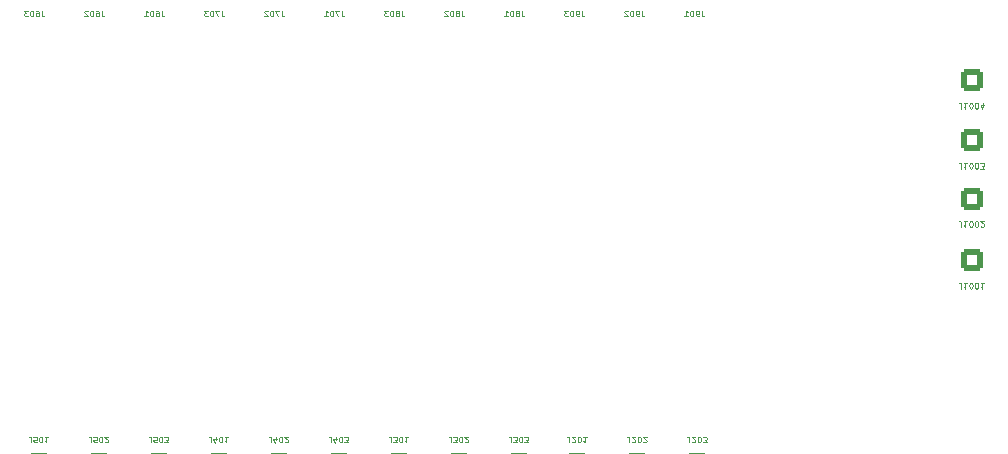
<source format=gbr>
%TF.GenerationSoftware,KiCad,Pcbnew,8.0.2*%
%TF.CreationDate,2024-07-03T12:32:50+02:00*%
%TF.ProjectId,OSSD_TEST_PCB,4f535344-5f54-4455-9354-5f5043422e6b,rev?*%
%TF.SameCoordinates,Original*%
%TF.FileFunction,Legend,Bot*%
%TF.FilePolarity,Positive*%
%FSLAX46Y46*%
G04 Gerber Fmt 4.6, Leading zero omitted, Abs format (unit mm)*
G04 Created by KiCad (PCBNEW 8.0.2) date 2024-07-03 12:32:50*
%MOMM*%
%LPD*%
G01*
G04 APERTURE LIST*
G04 Aperture macros list*
%AMRoundRect*
0 Rectangle with rounded corners*
0 $1 Rounding radius*
0 $2 $3 $4 $5 $6 $7 $8 $9 X,Y pos of 4 corners*
0 Add a 4 corners polygon primitive as box body*
4,1,4,$2,$3,$4,$5,$6,$7,$8,$9,$2,$3,0*
0 Add four circle primitives for the rounded corners*
1,1,$1+$1,$2,$3*
1,1,$1+$1,$4,$5*
1,1,$1+$1,$6,$7*
1,1,$1+$1,$8,$9*
0 Add four rect primitives between the rounded corners*
20,1,$1+$1,$2,$3,$4,$5,0*
20,1,$1+$1,$4,$5,$6,$7,0*
20,1,$1+$1,$6,$7,$8,$9,0*
20,1,$1+$1,$8,$9,$2,$3,0*%
G04 Aperture macros list end*
%ADD10C,0.075000*%
%ADD11R,2.600000X2.600000*%
%ADD12C,2.600000*%
%ADD13RoundRect,0.250000X-0.675000X-0.675000X0.675000X-0.675000X0.675000X0.675000X-0.675000X0.675000X0*%
%ADD14RoundRect,0.250000X0.675000X0.675000X-0.675000X0.675000X-0.675000X-0.675000X0.675000X-0.675000X0*%
G04 APERTURE END LIST*
D10*
X192540048Y-102214590D02*
X192540048Y-101857447D01*
X192540048Y-101857447D02*
X192516239Y-101786019D01*
X192516239Y-101786019D02*
X192468620Y-101738400D01*
X192468620Y-101738400D02*
X192397191Y-101714590D01*
X192397191Y-101714590D02*
X192349572Y-101714590D01*
X193040048Y-101714590D02*
X192754334Y-101714590D01*
X192897191Y-101714590D02*
X192897191Y-102214590D01*
X192897191Y-102214590D02*
X192849572Y-102143161D01*
X192849572Y-102143161D02*
X192801953Y-102095542D01*
X192801953Y-102095542D02*
X192754334Y-102071733D01*
X193349571Y-102214590D02*
X193397190Y-102214590D01*
X193397190Y-102214590D02*
X193444809Y-102190780D01*
X193444809Y-102190780D02*
X193468619Y-102166971D01*
X193468619Y-102166971D02*
X193492428Y-102119352D01*
X193492428Y-102119352D02*
X193516238Y-102024114D01*
X193516238Y-102024114D02*
X193516238Y-101905066D01*
X193516238Y-101905066D02*
X193492428Y-101809828D01*
X193492428Y-101809828D02*
X193468619Y-101762209D01*
X193468619Y-101762209D02*
X193444809Y-101738400D01*
X193444809Y-101738400D02*
X193397190Y-101714590D01*
X193397190Y-101714590D02*
X193349571Y-101714590D01*
X193349571Y-101714590D02*
X193301952Y-101738400D01*
X193301952Y-101738400D02*
X193278143Y-101762209D01*
X193278143Y-101762209D02*
X193254333Y-101809828D01*
X193254333Y-101809828D02*
X193230524Y-101905066D01*
X193230524Y-101905066D02*
X193230524Y-102024114D01*
X193230524Y-102024114D02*
X193254333Y-102119352D01*
X193254333Y-102119352D02*
X193278143Y-102166971D01*
X193278143Y-102166971D02*
X193301952Y-102190780D01*
X193301952Y-102190780D02*
X193349571Y-102214590D01*
X193825761Y-102214590D02*
X193873380Y-102214590D01*
X193873380Y-102214590D02*
X193920999Y-102190780D01*
X193920999Y-102190780D02*
X193944809Y-102166971D01*
X193944809Y-102166971D02*
X193968618Y-102119352D01*
X193968618Y-102119352D02*
X193992428Y-102024114D01*
X193992428Y-102024114D02*
X193992428Y-101905066D01*
X193992428Y-101905066D02*
X193968618Y-101809828D01*
X193968618Y-101809828D02*
X193944809Y-101762209D01*
X193944809Y-101762209D02*
X193920999Y-101738400D01*
X193920999Y-101738400D02*
X193873380Y-101714590D01*
X193873380Y-101714590D02*
X193825761Y-101714590D01*
X193825761Y-101714590D02*
X193778142Y-101738400D01*
X193778142Y-101738400D02*
X193754333Y-101762209D01*
X193754333Y-101762209D02*
X193730523Y-101809828D01*
X193730523Y-101809828D02*
X193706714Y-101905066D01*
X193706714Y-101905066D02*
X193706714Y-102024114D01*
X193706714Y-102024114D02*
X193730523Y-102119352D01*
X193730523Y-102119352D02*
X193754333Y-102166971D01*
X193754333Y-102166971D02*
X193778142Y-102190780D01*
X193778142Y-102190780D02*
X193825761Y-102214590D01*
X194182904Y-102166971D02*
X194206713Y-102190780D01*
X194206713Y-102190780D02*
X194254332Y-102214590D01*
X194254332Y-102214590D02*
X194373380Y-102214590D01*
X194373380Y-102214590D02*
X194420999Y-102190780D01*
X194420999Y-102190780D02*
X194444808Y-102166971D01*
X194444808Y-102166971D02*
X194468618Y-102119352D01*
X194468618Y-102119352D02*
X194468618Y-102071733D01*
X194468618Y-102071733D02*
X194444808Y-102000304D01*
X194444808Y-102000304D02*
X194159094Y-101714590D01*
X194159094Y-101714590D02*
X194468618Y-101714590D01*
X135008856Y-83889409D02*
X135008856Y-84246552D01*
X135008856Y-84246552D02*
X135032665Y-84317980D01*
X135032665Y-84317980D02*
X135080284Y-84365600D01*
X135080284Y-84365600D02*
X135151713Y-84389409D01*
X135151713Y-84389409D02*
X135199332Y-84389409D01*
X134818380Y-83889409D02*
X134485047Y-83889409D01*
X134485047Y-83889409D02*
X134699332Y-84389409D01*
X134199333Y-83889409D02*
X134151714Y-83889409D01*
X134151714Y-83889409D02*
X134104095Y-83913219D01*
X134104095Y-83913219D02*
X134080285Y-83937028D01*
X134080285Y-83937028D02*
X134056476Y-83984647D01*
X134056476Y-83984647D02*
X134032666Y-84079885D01*
X134032666Y-84079885D02*
X134032666Y-84198933D01*
X134032666Y-84198933D02*
X134056476Y-84294171D01*
X134056476Y-84294171D02*
X134080285Y-84341790D01*
X134080285Y-84341790D02*
X134104095Y-84365600D01*
X134104095Y-84365600D02*
X134151714Y-84389409D01*
X134151714Y-84389409D02*
X134199333Y-84389409D01*
X134199333Y-84389409D02*
X134246952Y-84365600D01*
X134246952Y-84365600D02*
X134270761Y-84341790D01*
X134270761Y-84341790D02*
X134294571Y-84294171D01*
X134294571Y-84294171D02*
X134318380Y-84198933D01*
X134318380Y-84198933D02*
X134318380Y-84079885D01*
X134318380Y-84079885D02*
X134294571Y-83984647D01*
X134294571Y-83984647D02*
X134270761Y-83937028D01*
X134270761Y-83937028D02*
X134246952Y-83913219D01*
X134246952Y-83913219D02*
X134199333Y-83889409D01*
X133842190Y-83937028D02*
X133818381Y-83913219D01*
X133818381Y-83913219D02*
X133770762Y-83889409D01*
X133770762Y-83889409D02*
X133651714Y-83889409D01*
X133651714Y-83889409D02*
X133604095Y-83913219D01*
X133604095Y-83913219D02*
X133580286Y-83937028D01*
X133580286Y-83937028D02*
X133556476Y-83984647D01*
X133556476Y-83984647D02*
X133556476Y-84032266D01*
X133556476Y-84032266D02*
X133580286Y-84103695D01*
X133580286Y-84103695D02*
X133866000Y-84389409D01*
X133866000Y-84389409D02*
X133556476Y-84389409D01*
X170568856Y-83889409D02*
X170568856Y-84246552D01*
X170568856Y-84246552D02*
X170592665Y-84317980D01*
X170592665Y-84317980D02*
X170640284Y-84365600D01*
X170640284Y-84365600D02*
X170711713Y-84389409D01*
X170711713Y-84389409D02*
X170759332Y-84389409D01*
X170306951Y-84389409D02*
X170211713Y-84389409D01*
X170211713Y-84389409D02*
X170164094Y-84365600D01*
X170164094Y-84365600D02*
X170140285Y-84341790D01*
X170140285Y-84341790D02*
X170092666Y-84270361D01*
X170092666Y-84270361D02*
X170068856Y-84175123D01*
X170068856Y-84175123D02*
X170068856Y-83984647D01*
X170068856Y-83984647D02*
X170092666Y-83937028D01*
X170092666Y-83937028D02*
X170116475Y-83913219D01*
X170116475Y-83913219D02*
X170164094Y-83889409D01*
X170164094Y-83889409D02*
X170259332Y-83889409D01*
X170259332Y-83889409D02*
X170306951Y-83913219D01*
X170306951Y-83913219D02*
X170330761Y-83937028D01*
X170330761Y-83937028D02*
X170354570Y-83984647D01*
X170354570Y-83984647D02*
X170354570Y-84103695D01*
X170354570Y-84103695D02*
X170330761Y-84151314D01*
X170330761Y-84151314D02*
X170306951Y-84175123D01*
X170306951Y-84175123D02*
X170259332Y-84198933D01*
X170259332Y-84198933D02*
X170164094Y-84198933D01*
X170164094Y-84198933D02*
X170116475Y-84175123D01*
X170116475Y-84175123D02*
X170092666Y-84151314D01*
X170092666Y-84151314D02*
X170068856Y-84103695D01*
X169759333Y-83889409D02*
X169711714Y-83889409D01*
X169711714Y-83889409D02*
X169664095Y-83913219D01*
X169664095Y-83913219D02*
X169640285Y-83937028D01*
X169640285Y-83937028D02*
X169616476Y-83984647D01*
X169616476Y-83984647D02*
X169592666Y-84079885D01*
X169592666Y-84079885D02*
X169592666Y-84198933D01*
X169592666Y-84198933D02*
X169616476Y-84294171D01*
X169616476Y-84294171D02*
X169640285Y-84341790D01*
X169640285Y-84341790D02*
X169664095Y-84365600D01*
X169664095Y-84365600D02*
X169711714Y-84389409D01*
X169711714Y-84389409D02*
X169759333Y-84389409D01*
X169759333Y-84389409D02*
X169806952Y-84365600D01*
X169806952Y-84365600D02*
X169830761Y-84341790D01*
X169830761Y-84341790D02*
X169854571Y-84294171D01*
X169854571Y-84294171D02*
X169878380Y-84198933D01*
X169878380Y-84198933D02*
X169878380Y-84079885D01*
X169878380Y-84079885D02*
X169854571Y-83984647D01*
X169854571Y-83984647D02*
X169830761Y-83937028D01*
X169830761Y-83937028D02*
X169806952Y-83913219D01*
X169806952Y-83913219D02*
X169759333Y-83889409D01*
X169116476Y-84389409D02*
X169402190Y-84389409D01*
X169259333Y-84389409D02*
X169259333Y-83889409D01*
X169259333Y-83889409D02*
X169306952Y-83960838D01*
X169306952Y-83960838D02*
X169354571Y-84008457D01*
X169354571Y-84008457D02*
X169402190Y-84032266D01*
X149344143Y-120453590D02*
X149344143Y-120096447D01*
X149344143Y-120096447D02*
X149320334Y-120025019D01*
X149320334Y-120025019D02*
X149272715Y-119977400D01*
X149272715Y-119977400D02*
X149201286Y-119953590D01*
X149201286Y-119953590D02*
X149153667Y-119953590D01*
X149534619Y-120453590D02*
X149844143Y-120453590D01*
X149844143Y-120453590D02*
X149677476Y-120263114D01*
X149677476Y-120263114D02*
X149748905Y-120263114D01*
X149748905Y-120263114D02*
X149796524Y-120239304D01*
X149796524Y-120239304D02*
X149820333Y-120215495D01*
X149820333Y-120215495D02*
X149844143Y-120167876D01*
X149844143Y-120167876D02*
X149844143Y-120048828D01*
X149844143Y-120048828D02*
X149820333Y-120001209D01*
X149820333Y-120001209D02*
X149796524Y-119977400D01*
X149796524Y-119977400D02*
X149748905Y-119953590D01*
X149748905Y-119953590D02*
X149606048Y-119953590D01*
X149606048Y-119953590D02*
X149558429Y-119977400D01*
X149558429Y-119977400D02*
X149534619Y-120001209D01*
X150153666Y-120453590D02*
X150201285Y-120453590D01*
X150201285Y-120453590D02*
X150248904Y-120429780D01*
X150248904Y-120429780D02*
X150272714Y-120405971D01*
X150272714Y-120405971D02*
X150296523Y-120358352D01*
X150296523Y-120358352D02*
X150320333Y-120263114D01*
X150320333Y-120263114D02*
X150320333Y-120144066D01*
X150320333Y-120144066D02*
X150296523Y-120048828D01*
X150296523Y-120048828D02*
X150272714Y-120001209D01*
X150272714Y-120001209D02*
X150248904Y-119977400D01*
X150248904Y-119977400D02*
X150201285Y-119953590D01*
X150201285Y-119953590D02*
X150153666Y-119953590D01*
X150153666Y-119953590D02*
X150106047Y-119977400D01*
X150106047Y-119977400D02*
X150082238Y-120001209D01*
X150082238Y-120001209D02*
X150058428Y-120048828D01*
X150058428Y-120048828D02*
X150034619Y-120144066D01*
X150034619Y-120144066D02*
X150034619Y-120263114D01*
X150034619Y-120263114D02*
X150058428Y-120358352D01*
X150058428Y-120358352D02*
X150082238Y-120405971D01*
X150082238Y-120405971D02*
X150106047Y-120429780D01*
X150106047Y-120429780D02*
X150153666Y-120453590D01*
X150510809Y-120405971D02*
X150534618Y-120429780D01*
X150534618Y-120429780D02*
X150582237Y-120453590D01*
X150582237Y-120453590D02*
X150701285Y-120453590D01*
X150701285Y-120453590D02*
X150748904Y-120429780D01*
X150748904Y-120429780D02*
X150772713Y-120405971D01*
X150772713Y-120405971D02*
X150796523Y-120358352D01*
X150796523Y-120358352D02*
X150796523Y-120310733D01*
X150796523Y-120310733D02*
X150772713Y-120239304D01*
X150772713Y-120239304D02*
X150486999Y-119953590D01*
X150486999Y-119953590D02*
X150796523Y-119953590D01*
X139184143Y-120453590D02*
X139184143Y-120096447D01*
X139184143Y-120096447D02*
X139160334Y-120025019D01*
X139160334Y-120025019D02*
X139112715Y-119977400D01*
X139112715Y-119977400D02*
X139041286Y-119953590D01*
X139041286Y-119953590D02*
X138993667Y-119953590D01*
X139636524Y-120286923D02*
X139636524Y-119953590D01*
X139517476Y-120477400D02*
X139398429Y-120120257D01*
X139398429Y-120120257D02*
X139707952Y-120120257D01*
X139993666Y-120453590D02*
X140041285Y-120453590D01*
X140041285Y-120453590D02*
X140088904Y-120429780D01*
X140088904Y-120429780D02*
X140112714Y-120405971D01*
X140112714Y-120405971D02*
X140136523Y-120358352D01*
X140136523Y-120358352D02*
X140160333Y-120263114D01*
X140160333Y-120263114D02*
X140160333Y-120144066D01*
X140160333Y-120144066D02*
X140136523Y-120048828D01*
X140136523Y-120048828D02*
X140112714Y-120001209D01*
X140112714Y-120001209D02*
X140088904Y-119977400D01*
X140088904Y-119977400D02*
X140041285Y-119953590D01*
X140041285Y-119953590D02*
X139993666Y-119953590D01*
X139993666Y-119953590D02*
X139946047Y-119977400D01*
X139946047Y-119977400D02*
X139922238Y-120001209D01*
X139922238Y-120001209D02*
X139898428Y-120048828D01*
X139898428Y-120048828D02*
X139874619Y-120144066D01*
X139874619Y-120144066D02*
X139874619Y-120263114D01*
X139874619Y-120263114D02*
X139898428Y-120358352D01*
X139898428Y-120358352D02*
X139922238Y-120405971D01*
X139922238Y-120405971D02*
X139946047Y-120429780D01*
X139946047Y-120429780D02*
X139993666Y-120453590D01*
X140326999Y-120453590D02*
X140636523Y-120453590D01*
X140636523Y-120453590D02*
X140469856Y-120263114D01*
X140469856Y-120263114D02*
X140541285Y-120263114D01*
X140541285Y-120263114D02*
X140588904Y-120239304D01*
X140588904Y-120239304D02*
X140612713Y-120215495D01*
X140612713Y-120215495D02*
X140636523Y-120167876D01*
X140636523Y-120167876D02*
X140636523Y-120048828D01*
X140636523Y-120048828D02*
X140612713Y-120001209D01*
X140612713Y-120001209D02*
X140588904Y-119977400D01*
X140588904Y-119977400D02*
X140541285Y-119953590D01*
X140541285Y-119953590D02*
X140398428Y-119953590D01*
X140398428Y-119953590D02*
X140350809Y-119977400D01*
X140350809Y-119977400D02*
X140326999Y-120001209D01*
X160408856Y-83889409D02*
X160408856Y-84246552D01*
X160408856Y-84246552D02*
X160432665Y-84317980D01*
X160432665Y-84317980D02*
X160480284Y-84365600D01*
X160480284Y-84365600D02*
X160551713Y-84389409D01*
X160551713Y-84389409D02*
X160599332Y-84389409D01*
X160146951Y-84389409D02*
X160051713Y-84389409D01*
X160051713Y-84389409D02*
X160004094Y-84365600D01*
X160004094Y-84365600D02*
X159980285Y-84341790D01*
X159980285Y-84341790D02*
X159932666Y-84270361D01*
X159932666Y-84270361D02*
X159908856Y-84175123D01*
X159908856Y-84175123D02*
X159908856Y-83984647D01*
X159908856Y-83984647D02*
X159932666Y-83937028D01*
X159932666Y-83937028D02*
X159956475Y-83913219D01*
X159956475Y-83913219D02*
X160004094Y-83889409D01*
X160004094Y-83889409D02*
X160099332Y-83889409D01*
X160099332Y-83889409D02*
X160146951Y-83913219D01*
X160146951Y-83913219D02*
X160170761Y-83937028D01*
X160170761Y-83937028D02*
X160194570Y-83984647D01*
X160194570Y-83984647D02*
X160194570Y-84103695D01*
X160194570Y-84103695D02*
X160170761Y-84151314D01*
X160170761Y-84151314D02*
X160146951Y-84175123D01*
X160146951Y-84175123D02*
X160099332Y-84198933D01*
X160099332Y-84198933D02*
X160004094Y-84198933D01*
X160004094Y-84198933D02*
X159956475Y-84175123D01*
X159956475Y-84175123D02*
X159932666Y-84151314D01*
X159932666Y-84151314D02*
X159908856Y-84103695D01*
X159599333Y-83889409D02*
X159551714Y-83889409D01*
X159551714Y-83889409D02*
X159504095Y-83913219D01*
X159504095Y-83913219D02*
X159480285Y-83937028D01*
X159480285Y-83937028D02*
X159456476Y-83984647D01*
X159456476Y-83984647D02*
X159432666Y-84079885D01*
X159432666Y-84079885D02*
X159432666Y-84198933D01*
X159432666Y-84198933D02*
X159456476Y-84294171D01*
X159456476Y-84294171D02*
X159480285Y-84341790D01*
X159480285Y-84341790D02*
X159504095Y-84365600D01*
X159504095Y-84365600D02*
X159551714Y-84389409D01*
X159551714Y-84389409D02*
X159599333Y-84389409D01*
X159599333Y-84389409D02*
X159646952Y-84365600D01*
X159646952Y-84365600D02*
X159670761Y-84341790D01*
X159670761Y-84341790D02*
X159694571Y-84294171D01*
X159694571Y-84294171D02*
X159718380Y-84198933D01*
X159718380Y-84198933D02*
X159718380Y-84079885D01*
X159718380Y-84079885D02*
X159694571Y-83984647D01*
X159694571Y-83984647D02*
X159670761Y-83937028D01*
X159670761Y-83937028D02*
X159646952Y-83913219D01*
X159646952Y-83913219D02*
X159599333Y-83889409D01*
X159266000Y-83889409D02*
X158956476Y-83889409D01*
X158956476Y-83889409D02*
X159123143Y-84079885D01*
X159123143Y-84079885D02*
X159051714Y-84079885D01*
X159051714Y-84079885D02*
X159004095Y-84103695D01*
X159004095Y-84103695D02*
X158980286Y-84127504D01*
X158980286Y-84127504D02*
X158956476Y-84175123D01*
X158956476Y-84175123D02*
X158956476Y-84294171D01*
X158956476Y-84294171D02*
X158980286Y-84341790D01*
X158980286Y-84341790D02*
X159004095Y-84365600D01*
X159004095Y-84365600D02*
X159051714Y-84389409D01*
X159051714Y-84389409D02*
X159194571Y-84389409D01*
X159194571Y-84389409D02*
X159242190Y-84365600D01*
X159242190Y-84365600D02*
X159266000Y-84341790D01*
X140088856Y-83889409D02*
X140088856Y-84246552D01*
X140088856Y-84246552D02*
X140112665Y-84317980D01*
X140112665Y-84317980D02*
X140160284Y-84365600D01*
X140160284Y-84365600D02*
X140231713Y-84389409D01*
X140231713Y-84389409D02*
X140279332Y-84389409D01*
X139898380Y-83889409D02*
X139565047Y-83889409D01*
X139565047Y-83889409D02*
X139779332Y-84389409D01*
X139279333Y-83889409D02*
X139231714Y-83889409D01*
X139231714Y-83889409D02*
X139184095Y-83913219D01*
X139184095Y-83913219D02*
X139160285Y-83937028D01*
X139160285Y-83937028D02*
X139136476Y-83984647D01*
X139136476Y-83984647D02*
X139112666Y-84079885D01*
X139112666Y-84079885D02*
X139112666Y-84198933D01*
X139112666Y-84198933D02*
X139136476Y-84294171D01*
X139136476Y-84294171D02*
X139160285Y-84341790D01*
X139160285Y-84341790D02*
X139184095Y-84365600D01*
X139184095Y-84365600D02*
X139231714Y-84389409D01*
X139231714Y-84389409D02*
X139279333Y-84389409D01*
X139279333Y-84389409D02*
X139326952Y-84365600D01*
X139326952Y-84365600D02*
X139350761Y-84341790D01*
X139350761Y-84341790D02*
X139374571Y-84294171D01*
X139374571Y-84294171D02*
X139398380Y-84198933D01*
X139398380Y-84198933D02*
X139398380Y-84079885D01*
X139398380Y-84079885D02*
X139374571Y-83984647D01*
X139374571Y-83984647D02*
X139350761Y-83937028D01*
X139350761Y-83937028D02*
X139326952Y-83913219D01*
X139326952Y-83913219D02*
X139279333Y-83889409D01*
X138636476Y-84389409D02*
X138922190Y-84389409D01*
X138779333Y-84389409D02*
X138779333Y-83889409D01*
X138779333Y-83889409D02*
X138826952Y-83960838D01*
X138826952Y-83960838D02*
X138874571Y-84008457D01*
X138874571Y-84008457D02*
X138922190Y-84032266D01*
X169537143Y-120453590D02*
X169537143Y-120096447D01*
X169537143Y-120096447D02*
X169513334Y-120025019D01*
X169513334Y-120025019D02*
X169465715Y-119977400D01*
X169465715Y-119977400D02*
X169394286Y-119953590D01*
X169394286Y-119953590D02*
X169346667Y-119953590D01*
X169751429Y-120405971D02*
X169775238Y-120429780D01*
X169775238Y-120429780D02*
X169822857Y-120453590D01*
X169822857Y-120453590D02*
X169941905Y-120453590D01*
X169941905Y-120453590D02*
X169989524Y-120429780D01*
X169989524Y-120429780D02*
X170013333Y-120405971D01*
X170013333Y-120405971D02*
X170037143Y-120358352D01*
X170037143Y-120358352D02*
X170037143Y-120310733D01*
X170037143Y-120310733D02*
X170013333Y-120239304D01*
X170013333Y-120239304D02*
X169727619Y-119953590D01*
X169727619Y-119953590D02*
X170037143Y-119953590D01*
X170346666Y-120453590D02*
X170394285Y-120453590D01*
X170394285Y-120453590D02*
X170441904Y-120429780D01*
X170441904Y-120429780D02*
X170465714Y-120405971D01*
X170465714Y-120405971D02*
X170489523Y-120358352D01*
X170489523Y-120358352D02*
X170513333Y-120263114D01*
X170513333Y-120263114D02*
X170513333Y-120144066D01*
X170513333Y-120144066D02*
X170489523Y-120048828D01*
X170489523Y-120048828D02*
X170465714Y-120001209D01*
X170465714Y-120001209D02*
X170441904Y-119977400D01*
X170441904Y-119977400D02*
X170394285Y-119953590D01*
X170394285Y-119953590D02*
X170346666Y-119953590D01*
X170346666Y-119953590D02*
X170299047Y-119977400D01*
X170299047Y-119977400D02*
X170275238Y-120001209D01*
X170275238Y-120001209D02*
X170251428Y-120048828D01*
X170251428Y-120048828D02*
X170227619Y-120144066D01*
X170227619Y-120144066D02*
X170227619Y-120263114D01*
X170227619Y-120263114D02*
X170251428Y-120358352D01*
X170251428Y-120358352D02*
X170275238Y-120405971D01*
X170275238Y-120405971D02*
X170299047Y-120429780D01*
X170299047Y-120429780D02*
X170346666Y-120453590D01*
X170679999Y-120453590D02*
X170989523Y-120453590D01*
X170989523Y-120453590D02*
X170822856Y-120263114D01*
X170822856Y-120263114D02*
X170894285Y-120263114D01*
X170894285Y-120263114D02*
X170941904Y-120239304D01*
X170941904Y-120239304D02*
X170965713Y-120215495D01*
X170965713Y-120215495D02*
X170989523Y-120167876D01*
X170989523Y-120167876D02*
X170989523Y-120048828D01*
X170989523Y-120048828D02*
X170965713Y-120001209D01*
X170965713Y-120001209D02*
X170941904Y-119977400D01*
X170941904Y-119977400D02*
X170894285Y-119953590D01*
X170894285Y-119953590D02*
X170751428Y-119953590D01*
X170751428Y-119953590D02*
X170703809Y-119977400D01*
X170703809Y-119977400D02*
X170679999Y-120001209D01*
X155328856Y-83889409D02*
X155328856Y-84246552D01*
X155328856Y-84246552D02*
X155352665Y-84317980D01*
X155352665Y-84317980D02*
X155400284Y-84365600D01*
X155400284Y-84365600D02*
X155471713Y-84389409D01*
X155471713Y-84389409D02*
X155519332Y-84389409D01*
X155019332Y-84103695D02*
X155066951Y-84079885D01*
X155066951Y-84079885D02*
X155090761Y-84056076D01*
X155090761Y-84056076D02*
X155114570Y-84008457D01*
X155114570Y-84008457D02*
X155114570Y-83984647D01*
X155114570Y-83984647D02*
X155090761Y-83937028D01*
X155090761Y-83937028D02*
X155066951Y-83913219D01*
X155066951Y-83913219D02*
X155019332Y-83889409D01*
X155019332Y-83889409D02*
X154924094Y-83889409D01*
X154924094Y-83889409D02*
X154876475Y-83913219D01*
X154876475Y-83913219D02*
X154852666Y-83937028D01*
X154852666Y-83937028D02*
X154828856Y-83984647D01*
X154828856Y-83984647D02*
X154828856Y-84008457D01*
X154828856Y-84008457D02*
X154852666Y-84056076D01*
X154852666Y-84056076D02*
X154876475Y-84079885D01*
X154876475Y-84079885D02*
X154924094Y-84103695D01*
X154924094Y-84103695D02*
X155019332Y-84103695D01*
X155019332Y-84103695D02*
X155066951Y-84127504D01*
X155066951Y-84127504D02*
X155090761Y-84151314D01*
X155090761Y-84151314D02*
X155114570Y-84198933D01*
X155114570Y-84198933D02*
X155114570Y-84294171D01*
X155114570Y-84294171D02*
X155090761Y-84341790D01*
X155090761Y-84341790D02*
X155066951Y-84365600D01*
X155066951Y-84365600D02*
X155019332Y-84389409D01*
X155019332Y-84389409D02*
X154924094Y-84389409D01*
X154924094Y-84389409D02*
X154876475Y-84365600D01*
X154876475Y-84365600D02*
X154852666Y-84341790D01*
X154852666Y-84341790D02*
X154828856Y-84294171D01*
X154828856Y-84294171D02*
X154828856Y-84198933D01*
X154828856Y-84198933D02*
X154852666Y-84151314D01*
X154852666Y-84151314D02*
X154876475Y-84127504D01*
X154876475Y-84127504D02*
X154924094Y-84103695D01*
X154519333Y-83889409D02*
X154471714Y-83889409D01*
X154471714Y-83889409D02*
X154424095Y-83913219D01*
X154424095Y-83913219D02*
X154400285Y-83937028D01*
X154400285Y-83937028D02*
X154376476Y-83984647D01*
X154376476Y-83984647D02*
X154352666Y-84079885D01*
X154352666Y-84079885D02*
X154352666Y-84198933D01*
X154352666Y-84198933D02*
X154376476Y-84294171D01*
X154376476Y-84294171D02*
X154400285Y-84341790D01*
X154400285Y-84341790D02*
X154424095Y-84365600D01*
X154424095Y-84365600D02*
X154471714Y-84389409D01*
X154471714Y-84389409D02*
X154519333Y-84389409D01*
X154519333Y-84389409D02*
X154566952Y-84365600D01*
X154566952Y-84365600D02*
X154590761Y-84341790D01*
X154590761Y-84341790D02*
X154614571Y-84294171D01*
X154614571Y-84294171D02*
X154638380Y-84198933D01*
X154638380Y-84198933D02*
X154638380Y-84079885D01*
X154638380Y-84079885D02*
X154614571Y-83984647D01*
X154614571Y-83984647D02*
X154590761Y-83937028D01*
X154590761Y-83937028D02*
X154566952Y-83913219D01*
X154566952Y-83913219D02*
X154519333Y-83889409D01*
X153876476Y-84389409D02*
X154162190Y-84389409D01*
X154019333Y-84389409D02*
X154019333Y-83889409D01*
X154019333Y-83889409D02*
X154066952Y-83960838D01*
X154066952Y-83960838D02*
X154114571Y-84008457D01*
X154114571Y-84008457D02*
X154162190Y-84032266D01*
X129024143Y-120453590D02*
X129024143Y-120096447D01*
X129024143Y-120096447D02*
X129000334Y-120025019D01*
X129000334Y-120025019D02*
X128952715Y-119977400D01*
X128952715Y-119977400D02*
X128881286Y-119953590D01*
X128881286Y-119953590D02*
X128833667Y-119953590D01*
X129476524Y-120286923D02*
X129476524Y-119953590D01*
X129357476Y-120477400D02*
X129238429Y-120120257D01*
X129238429Y-120120257D02*
X129547952Y-120120257D01*
X129833666Y-120453590D02*
X129881285Y-120453590D01*
X129881285Y-120453590D02*
X129928904Y-120429780D01*
X129928904Y-120429780D02*
X129952714Y-120405971D01*
X129952714Y-120405971D02*
X129976523Y-120358352D01*
X129976523Y-120358352D02*
X130000333Y-120263114D01*
X130000333Y-120263114D02*
X130000333Y-120144066D01*
X130000333Y-120144066D02*
X129976523Y-120048828D01*
X129976523Y-120048828D02*
X129952714Y-120001209D01*
X129952714Y-120001209D02*
X129928904Y-119977400D01*
X129928904Y-119977400D02*
X129881285Y-119953590D01*
X129881285Y-119953590D02*
X129833666Y-119953590D01*
X129833666Y-119953590D02*
X129786047Y-119977400D01*
X129786047Y-119977400D02*
X129762238Y-120001209D01*
X129762238Y-120001209D02*
X129738428Y-120048828D01*
X129738428Y-120048828D02*
X129714619Y-120144066D01*
X129714619Y-120144066D02*
X129714619Y-120263114D01*
X129714619Y-120263114D02*
X129738428Y-120358352D01*
X129738428Y-120358352D02*
X129762238Y-120405971D01*
X129762238Y-120405971D02*
X129786047Y-120429780D01*
X129786047Y-120429780D02*
X129833666Y-120453590D01*
X130476523Y-119953590D02*
X130190809Y-119953590D01*
X130333666Y-119953590D02*
X130333666Y-120453590D01*
X130333666Y-120453590D02*
X130286047Y-120382161D01*
X130286047Y-120382161D02*
X130238428Y-120334542D01*
X130238428Y-120334542D02*
X130190809Y-120310733D01*
X124848856Y-83889409D02*
X124848856Y-84246552D01*
X124848856Y-84246552D02*
X124872665Y-84317980D01*
X124872665Y-84317980D02*
X124920284Y-84365600D01*
X124920284Y-84365600D02*
X124991713Y-84389409D01*
X124991713Y-84389409D02*
X125039332Y-84389409D01*
X124396475Y-83889409D02*
X124491713Y-83889409D01*
X124491713Y-83889409D02*
X124539332Y-83913219D01*
X124539332Y-83913219D02*
X124563142Y-83937028D01*
X124563142Y-83937028D02*
X124610761Y-84008457D01*
X124610761Y-84008457D02*
X124634570Y-84103695D01*
X124634570Y-84103695D02*
X124634570Y-84294171D01*
X124634570Y-84294171D02*
X124610761Y-84341790D01*
X124610761Y-84341790D02*
X124586951Y-84365600D01*
X124586951Y-84365600D02*
X124539332Y-84389409D01*
X124539332Y-84389409D02*
X124444094Y-84389409D01*
X124444094Y-84389409D02*
X124396475Y-84365600D01*
X124396475Y-84365600D02*
X124372666Y-84341790D01*
X124372666Y-84341790D02*
X124348856Y-84294171D01*
X124348856Y-84294171D02*
X124348856Y-84175123D01*
X124348856Y-84175123D02*
X124372666Y-84127504D01*
X124372666Y-84127504D02*
X124396475Y-84103695D01*
X124396475Y-84103695D02*
X124444094Y-84079885D01*
X124444094Y-84079885D02*
X124539332Y-84079885D01*
X124539332Y-84079885D02*
X124586951Y-84103695D01*
X124586951Y-84103695D02*
X124610761Y-84127504D01*
X124610761Y-84127504D02*
X124634570Y-84175123D01*
X124039333Y-83889409D02*
X123991714Y-83889409D01*
X123991714Y-83889409D02*
X123944095Y-83913219D01*
X123944095Y-83913219D02*
X123920285Y-83937028D01*
X123920285Y-83937028D02*
X123896476Y-83984647D01*
X123896476Y-83984647D02*
X123872666Y-84079885D01*
X123872666Y-84079885D02*
X123872666Y-84198933D01*
X123872666Y-84198933D02*
X123896476Y-84294171D01*
X123896476Y-84294171D02*
X123920285Y-84341790D01*
X123920285Y-84341790D02*
X123944095Y-84365600D01*
X123944095Y-84365600D02*
X123991714Y-84389409D01*
X123991714Y-84389409D02*
X124039333Y-84389409D01*
X124039333Y-84389409D02*
X124086952Y-84365600D01*
X124086952Y-84365600D02*
X124110761Y-84341790D01*
X124110761Y-84341790D02*
X124134571Y-84294171D01*
X124134571Y-84294171D02*
X124158380Y-84198933D01*
X124158380Y-84198933D02*
X124158380Y-84079885D01*
X124158380Y-84079885D02*
X124134571Y-83984647D01*
X124134571Y-83984647D02*
X124110761Y-83937028D01*
X124110761Y-83937028D02*
X124086952Y-83913219D01*
X124086952Y-83913219D02*
X124039333Y-83889409D01*
X123396476Y-84389409D02*
X123682190Y-84389409D01*
X123539333Y-84389409D02*
X123539333Y-83889409D01*
X123539333Y-83889409D02*
X123586952Y-83960838D01*
X123586952Y-83960838D02*
X123634571Y-84008457D01*
X123634571Y-84008457D02*
X123682190Y-84032266D01*
X114688856Y-83889409D02*
X114688856Y-84246552D01*
X114688856Y-84246552D02*
X114712665Y-84317980D01*
X114712665Y-84317980D02*
X114760284Y-84365600D01*
X114760284Y-84365600D02*
X114831713Y-84389409D01*
X114831713Y-84389409D02*
X114879332Y-84389409D01*
X114236475Y-83889409D02*
X114331713Y-83889409D01*
X114331713Y-83889409D02*
X114379332Y-83913219D01*
X114379332Y-83913219D02*
X114403142Y-83937028D01*
X114403142Y-83937028D02*
X114450761Y-84008457D01*
X114450761Y-84008457D02*
X114474570Y-84103695D01*
X114474570Y-84103695D02*
X114474570Y-84294171D01*
X114474570Y-84294171D02*
X114450761Y-84341790D01*
X114450761Y-84341790D02*
X114426951Y-84365600D01*
X114426951Y-84365600D02*
X114379332Y-84389409D01*
X114379332Y-84389409D02*
X114284094Y-84389409D01*
X114284094Y-84389409D02*
X114236475Y-84365600D01*
X114236475Y-84365600D02*
X114212666Y-84341790D01*
X114212666Y-84341790D02*
X114188856Y-84294171D01*
X114188856Y-84294171D02*
X114188856Y-84175123D01*
X114188856Y-84175123D02*
X114212666Y-84127504D01*
X114212666Y-84127504D02*
X114236475Y-84103695D01*
X114236475Y-84103695D02*
X114284094Y-84079885D01*
X114284094Y-84079885D02*
X114379332Y-84079885D01*
X114379332Y-84079885D02*
X114426951Y-84103695D01*
X114426951Y-84103695D02*
X114450761Y-84127504D01*
X114450761Y-84127504D02*
X114474570Y-84175123D01*
X113879333Y-83889409D02*
X113831714Y-83889409D01*
X113831714Y-83889409D02*
X113784095Y-83913219D01*
X113784095Y-83913219D02*
X113760285Y-83937028D01*
X113760285Y-83937028D02*
X113736476Y-83984647D01*
X113736476Y-83984647D02*
X113712666Y-84079885D01*
X113712666Y-84079885D02*
X113712666Y-84198933D01*
X113712666Y-84198933D02*
X113736476Y-84294171D01*
X113736476Y-84294171D02*
X113760285Y-84341790D01*
X113760285Y-84341790D02*
X113784095Y-84365600D01*
X113784095Y-84365600D02*
X113831714Y-84389409D01*
X113831714Y-84389409D02*
X113879333Y-84389409D01*
X113879333Y-84389409D02*
X113926952Y-84365600D01*
X113926952Y-84365600D02*
X113950761Y-84341790D01*
X113950761Y-84341790D02*
X113974571Y-84294171D01*
X113974571Y-84294171D02*
X113998380Y-84198933D01*
X113998380Y-84198933D02*
X113998380Y-84079885D01*
X113998380Y-84079885D02*
X113974571Y-83984647D01*
X113974571Y-83984647D02*
X113950761Y-83937028D01*
X113950761Y-83937028D02*
X113926952Y-83913219D01*
X113926952Y-83913219D02*
X113879333Y-83889409D01*
X113546000Y-83889409D02*
X113236476Y-83889409D01*
X113236476Y-83889409D02*
X113403143Y-84079885D01*
X113403143Y-84079885D02*
X113331714Y-84079885D01*
X113331714Y-84079885D02*
X113284095Y-84103695D01*
X113284095Y-84103695D02*
X113260286Y-84127504D01*
X113260286Y-84127504D02*
X113236476Y-84175123D01*
X113236476Y-84175123D02*
X113236476Y-84294171D01*
X113236476Y-84294171D02*
X113260286Y-84341790D01*
X113260286Y-84341790D02*
X113284095Y-84365600D01*
X113284095Y-84365600D02*
X113331714Y-84389409D01*
X113331714Y-84389409D02*
X113474571Y-84389409D01*
X113474571Y-84389409D02*
X113522190Y-84365600D01*
X113522190Y-84365600D02*
X113546000Y-84341790D01*
X150248856Y-83889409D02*
X150248856Y-84246552D01*
X150248856Y-84246552D02*
X150272665Y-84317980D01*
X150272665Y-84317980D02*
X150320284Y-84365600D01*
X150320284Y-84365600D02*
X150391713Y-84389409D01*
X150391713Y-84389409D02*
X150439332Y-84389409D01*
X149939332Y-84103695D02*
X149986951Y-84079885D01*
X149986951Y-84079885D02*
X150010761Y-84056076D01*
X150010761Y-84056076D02*
X150034570Y-84008457D01*
X150034570Y-84008457D02*
X150034570Y-83984647D01*
X150034570Y-83984647D02*
X150010761Y-83937028D01*
X150010761Y-83937028D02*
X149986951Y-83913219D01*
X149986951Y-83913219D02*
X149939332Y-83889409D01*
X149939332Y-83889409D02*
X149844094Y-83889409D01*
X149844094Y-83889409D02*
X149796475Y-83913219D01*
X149796475Y-83913219D02*
X149772666Y-83937028D01*
X149772666Y-83937028D02*
X149748856Y-83984647D01*
X149748856Y-83984647D02*
X149748856Y-84008457D01*
X149748856Y-84008457D02*
X149772666Y-84056076D01*
X149772666Y-84056076D02*
X149796475Y-84079885D01*
X149796475Y-84079885D02*
X149844094Y-84103695D01*
X149844094Y-84103695D02*
X149939332Y-84103695D01*
X149939332Y-84103695D02*
X149986951Y-84127504D01*
X149986951Y-84127504D02*
X150010761Y-84151314D01*
X150010761Y-84151314D02*
X150034570Y-84198933D01*
X150034570Y-84198933D02*
X150034570Y-84294171D01*
X150034570Y-84294171D02*
X150010761Y-84341790D01*
X150010761Y-84341790D02*
X149986951Y-84365600D01*
X149986951Y-84365600D02*
X149939332Y-84389409D01*
X149939332Y-84389409D02*
X149844094Y-84389409D01*
X149844094Y-84389409D02*
X149796475Y-84365600D01*
X149796475Y-84365600D02*
X149772666Y-84341790D01*
X149772666Y-84341790D02*
X149748856Y-84294171D01*
X149748856Y-84294171D02*
X149748856Y-84198933D01*
X149748856Y-84198933D02*
X149772666Y-84151314D01*
X149772666Y-84151314D02*
X149796475Y-84127504D01*
X149796475Y-84127504D02*
X149844094Y-84103695D01*
X149439333Y-83889409D02*
X149391714Y-83889409D01*
X149391714Y-83889409D02*
X149344095Y-83913219D01*
X149344095Y-83913219D02*
X149320285Y-83937028D01*
X149320285Y-83937028D02*
X149296476Y-83984647D01*
X149296476Y-83984647D02*
X149272666Y-84079885D01*
X149272666Y-84079885D02*
X149272666Y-84198933D01*
X149272666Y-84198933D02*
X149296476Y-84294171D01*
X149296476Y-84294171D02*
X149320285Y-84341790D01*
X149320285Y-84341790D02*
X149344095Y-84365600D01*
X149344095Y-84365600D02*
X149391714Y-84389409D01*
X149391714Y-84389409D02*
X149439333Y-84389409D01*
X149439333Y-84389409D02*
X149486952Y-84365600D01*
X149486952Y-84365600D02*
X149510761Y-84341790D01*
X149510761Y-84341790D02*
X149534571Y-84294171D01*
X149534571Y-84294171D02*
X149558380Y-84198933D01*
X149558380Y-84198933D02*
X149558380Y-84079885D01*
X149558380Y-84079885D02*
X149534571Y-83984647D01*
X149534571Y-83984647D02*
X149510761Y-83937028D01*
X149510761Y-83937028D02*
X149486952Y-83913219D01*
X149486952Y-83913219D02*
X149439333Y-83889409D01*
X149082190Y-83937028D02*
X149058381Y-83913219D01*
X149058381Y-83913219D02*
X149010762Y-83889409D01*
X149010762Y-83889409D02*
X148891714Y-83889409D01*
X148891714Y-83889409D02*
X148844095Y-83913219D01*
X148844095Y-83913219D02*
X148820286Y-83937028D01*
X148820286Y-83937028D02*
X148796476Y-83984647D01*
X148796476Y-83984647D02*
X148796476Y-84032266D01*
X148796476Y-84032266D02*
X148820286Y-84103695D01*
X148820286Y-84103695D02*
X149106000Y-84389409D01*
X149106000Y-84389409D02*
X148796476Y-84389409D01*
X145168856Y-83889409D02*
X145168856Y-84246552D01*
X145168856Y-84246552D02*
X145192665Y-84317980D01*
X145192665Y-84317980D02*
X145240284Y-84365600D01*
X145240284Y-84365600D02*
X145311713Y-84389409D01*
X145311713Y-84389409D02*
X145359332Y-84389409D01*
X144859332Y-84103695D02*
X144906951Y-84079885D01*
X144906951Y-84079885D02*
X144930761Y-84056076D01*
X144930761Y-84056076D02*
X144954570Y-84008457D01*
X144954570Y-84008457D02*
X144954570Y-83984647D01*
X144954570Y-83984647D02*
X144930761Y-83937028D01*
X144930761Y-83937028D02*
X144906951Y-83913219D01*
X144906951Y-83913219D02*
X144859332Y-83889409D01*
X144859332Y-83889409D02*
X144764094Y-83889409D01*
X144764094Y-83889409D02*
X144716475Y-83913219D01*
X144716475Y-83913219D02*
X144692666Y-83937028D01*
X144692666Y-83937028D02*
X144668856Y-83984647D01*
X144668856Y-83984647D02*
X144668856Y-84008457D01*
X144668856Y-84008457D02*
X144692666Y-84056076D01*
X144692666Y-84056076D02*
X144716475Y-84079885D01*
X144716475Y-84079885D02*
X144764094Y-84103695D01*
X144764094Y-84103695D02*
X144859332Y-84103695D01*
X144859332Y-84103695D02*
X144906951Y-84127504D01*
X144906951Y-84127504D02*
X144930761Y-84151314D01*
X144930761Y-84151314D02*
X144954570Y-84198933D01*
X144954570Y-84198933D02*
X144954570Y-84294171D01*
X144954570Y-84294171D02*
X144930761Y-84341790D01*
X144930761Y-84341790D02*
X144906951Y-84365600D01*
X144906951Y-84365600D02*
X144859332Y-84389409D01*
X144859332Y-84389409D02*
X144764094Y-84389409D01*
X144764094Y-84389409D02*
X144716475Y-84365600D01*
X144716475Y-84365600D02*
X144692666Y-84341790D01*
X144692666Y-84341790D02*
X144668856Y-84294171D01*
X144668856Y-84294171D02*
X144668856Y-84198933D01*
X144668856Y-84198933D02*
X144692666Y-84151314D01*
X144692666Y-84151314D02*
X144716475Y-84127504D01*
X144716475Y-84127504D02*
X144764094Y-84103695D01*
X144359333Y-83889409D02*
X144311714Y-83889409D01*
X144311714Y-83889409D02*
X144264095Y-83913219D01*
X144264095Y-83913219D02*
X144240285Y-83937028D01*
X144240285Y-83937028D02*
X144216476Y-83984647D01*
X144216476Y-83984647D02*
X144192666Y-84079885D01*
X144192666Y-84079885D02*
X144192666Y-84198933D01*
X144192666Y-84198933D02*
X144216476Y-84294171D01*
X144216476Y-84294171D02*
X144240285Y-84341790D01*
X144240285Y-84341790D02*
X144264095Y-84365600D01*
X144264095Y-84365600D02*
X144311714Y-84389409D01*
X144311714Y-84389409D02*
X144359333Y-84389409D01*
X144359333Y-84389409D02*
X144406952Y-84365600D01*
X144406952Y-84365600D02*
X144430761Y-84341790D01*
X144430761Y-84341790D02*
X144454571Y-84294171D01*
X144454571Y-84294171D02*
X144478380Y-84198933D01*
X144478380Y-84198933D02*
X144478380Y-84079885D01*
X144478380Y-84079885D02*
X144454571Y-83984647D01*
X144454571Y-83984647D02*
X144430761Y-83937028D01*
X144430761Y-83937028D02*
X144406952Y-83913219D01*
X144406952Y-83913219D02*
X144359333Y-83889409D01*
X144026000Y-83889409D02*
X143716476Y-83889409D01*
X143716476Y-83889409D02*
X143883143Y-84079885D01*
X143883143Y-84079885D02*
X143811714Y-84079885D01*
X143811714Y-84079885D02*
X143764095Y-84103695D01*
X143764095Y-84103695D02*
X143740286Y-84127504D01*
X143740286Y-84127504D02*
X143716476Y-84175123D01*
X143716476Y-84175123D02*
X143716476Y-84294171D01*
X143716476Y-84294171D02*
X143740286Y-84341790D01*
X143740286Y-84341790D02*
X143764095Y-84365600D01*
X143764095Y-84365600D02*
X143811714Y-84389409D01*
X143811714Y-84389409D02*
X143954571Y-84389409D01*
X143954571Y-84389409D02*
X144002190Y-84365600D01*
X144002190Y-84365600D02*
X144026000Y-84341790D01*
X164457143Y-120453590D02*
X164457143Y-120096447D01*
X164457143Y-120096447D02*
X164433334Y-120025019D01*
X164433334Y-120025019D02*
X164385715Y-119977400D01*
X164385715Y-119977400D02*
X164314286Y-119953590D01*
X164314286Y-119953590D02*
X164266667Y-119953590D01*
X164671429Y-120405971D02*
X164695238Y-120429780D01*
X164695238Y-120429780D02*
X164742857Y-120453590D01*
X164742857Y-120453590D02*
X164861905Y-120453590D01*
X164861905Y-120453590D02*
X164909524Y-120429780D01*
X164909524Y-120429780D02*
X164933333Y-120405971D01*
X164933333Y-120405971D02*
X164957143Y-120358352D01*
X164957143Y-120358352D02*
X164957143Y-120310733D01*
X164957143Y-120310733D02*
X164933333Y-120239304D01*
X164933333Y-120239304D02*
X164647619Y-119953590D01*
X164647619Y-119953590D02*
X164957143Y-119953590D01*
X165266666Y-120453590D02*
X165314285Y-120453590D01*
X165314285Y-120453590D02*
X165361904Y-120429780D01*
X165361904Y-120429780D02*
X165385714Y-120405971D01*
X165385714Y-120405971D02*
X165409523Y-120358352D01*
X165409523Y-120358352D02*
X165433333Y-120263114D01*
X165433333Y-120263114D02*
X165433333Y-120144066D01*
X165433333Y-120144066D02*
X165409523Y-120048828D01*
X165409523Y-120048828D02*
X165385714Y-120001209D01*
X165385714Y-120001209D02*
X165361904Y-119977400D01*
X165361904Y-119977400D02*
X165314285Y-119953590D01*
X165314285Y-119953590D02*
X165266666Y-119953590D01*
X165266666Y-119953590D02*
X165219047Y-119977400D01*
X165219047Y-119977400D02*
X165195238Y-120001209D01*
X165195238Y-120001209D02*
X165171428Y-120048828D01*
X165171428Y-120048828D02*
X165147619Y-120144066D01*
X165147619Y-120144066D02*
X165147619Y-120263114D01*
X165147619Y-120263114D02*
X165171428Y-120358352D01*
X165171428Y-120358352D02*
X165195238Y-120405971D01*
X165195238Y-120405971D02*
X165219047Y-120429780D01*
X165219047Y-120429780D02*
X165266666Y-120453590D01*
X165623809Y-120405971D02*
X165647618Y-120429780D01*
X165647618Y-120429780D02*
X165695237Y-120453590D01*
X165695237Y-120453590D02*
X165814285Y-120453590D01*
X165814285Y-120453590D02*
X165861904Y-120429780D01*
X165861904Y-120429780D02*
X165885713Y-120405971D01*
X165885713Y-120405971D02*
X165909523Y-120358352D01*
X165909523Y-120358352D02*
X165909523Y-120310733D01*
X165909523Y-120310733D02*
X165885713Y-120239304D01*
X165885713Y-120239304D02*
X165599999Y-119953590D01*
X165599999Y-119953590D02*
X165909523Y-119953590D01*
X123944143Y-120453590D02*
X123944143Y-120096447D01*
X123944143Y-120096447D02*
X123920334Y-120025019D01*
X123920334Y-120025019D02*
X123872715Y-119977400D01*
X123872715Y-119977400D02*
X123801286Y-119953590D01*
X123801286Y-119953590D02*
X123753667Y-119953590D01*
X124420333Y-120453590D02*
X124182238Y-120453590D01*
X124182238Y-120453590D02*
X124158429Y-120215495D01*
X124158429Y-120215495D02*
X124182238Y-120239304D01*
X124182238Y-120239304D02*
X124229857Y-120263114D01*
X124229857Y-120263114D02*
X124348905Y-120263114D01*
X124348905Y-120263114D02*
X124396524Y-120239304D01*
X124396524Y-120239304D02*
X124420333Y-120215495D01*
X124420333Y-120215495D02*
X124444143Y-120167876D01*
X124444143Y-120167876D02*
X124444143Y-120048828D01*
X124444143Y-120048828D02*
X124420333Y-120001209D01*
X124420333Y-120001209D02*
X124396524Y-119977400D01*
X124396524Y-119977400D02*
X124348905Y-119953590D01*
X124348905Y-119953590D02*
X124229857Y-119953590D01*
X124229857Y-119953590D02*
X124182238Y-119977400D01*
X124182238Y-119977400D02*
X124158429Y-120001209D01*
X124753666Y-120453590D02*
X124801285Y-120453590D01*
X124801285Y-120453590D02*
X124848904Y-120429780D01*
X124848904Y-120429780D02*
X124872714Y-120405971D01*
X124872714Y-120405971D02*
X124896523Y-120358352D01*
X124896523Y-120358352D02*
X124920333Y-120263114D01*
X124920333Y-120263114D02*
X124920333Y-120144066D01*
X124920333Y-120144066D02*
X124896523Y-120048828D01*
X124896523Y-120048828D02*
X124872714Y-120001209D01*
X124872714Y-120001209D02*
X124848904Y-119977400D01*
X124848904Y-119977400D02*
X124801285Y-119953590D01*
X124801285Y-119953590D02*
X124753666Y-119953590D01*
X124753666Y-119953590D02*
X124706047Y-119977400D01*
X124706047Y-119977400D02*
X124682238Y-120001209D01*
X124682238Y-120001209D02*
X124658428Y-120048828D01*
X124658428Y-120048828D02*
X124634619Y-120144066D01*
X124634619Y-120144066D02*
X124634619Y-120263114D01*
X124634619Y-120263114D02*
X124658428Y-120358352D01*
X124658428Y-120358352D02*
X124682238Y-120405971D01*
X124682238Y-120405971D02*
X124706047Y-120429780D01*
X124706047Y-120429780D02*
X124753666Y-120453590D01*
X125086999Y-120453590D02*
X125396523Y-120453590D01*
X125396523Y-120453590D02*
X125229856Y-120263114D01*
X125229856Y-120263114D02*
X125301285Y-120263114D01*
X125301285Y-120263114D02*
X125348904Y-120239304D01*
X125348904Y-120239304D02*
X125372713Y-120215495D01*
X125372713Y-120215495D02*
X125396523Y-120167876D01*
X125396523Y-120167876D02*
X125396523Y-120048828D01*
X125396523Y-120048828D02*
X125372713Y-120001209D01*
X125372713Y-120001209D02*
X125348904Y-119977400D01*
X125348904Y-119977400D02*
X125301285Y-119953590D01*
X125301285Y-119953590D02*
X125158428Y-119953590D01*
X125158428Y-119953590D02*
X125110809Y-119977400D01*
X125110809Y-119977400D02*
X125086999Y-120001209D01*
X119768856Y-83889409D02*
X119768856Y-84246552D01*
X119768856Y-84246552D02*
X119792665Y-84317980D01*
X119792665Y-84317980D02*
X119840284Y-84365600D01*
X119840284Y-84365600D02*
X119911713Y-84389409D01*
X119911713Y-84389409D02*
X119959332Y-84389409D01*
X119316475Y-83889409D02*
X119411713Y-83889409D01*
X119411713Y-83889409D02*
X119459332Y-83913219D01*
X119459332Y-83913219D02*
X119483142Y-83937028D01*
X119483142Y-83937028D02*
X119530761Y-84008457D01*
X119530761Y-84008457D02*
X119554570Y-84103695D01*
X119554570Y-84103695D02*
X119554570Y-84294171D01*
X119554570Y-84294171D02*
X119530761Y-84341790D01*
X119530761Y-84341790D02*
X119506951Y-84365600D01*
X119506951Y-84365600D02*
X119459332Y-84389409D01*
X119459332Y-84389409D02*
X119364094Y-84389409D01*
X119364094Y-84389409D02*
X119316475Y-84365600D01*
X119316475Y-84365600D02*
X119292666Y-84341790D01*
X119292666Y-84341790D02*
X119268856Y-84294171D01*
X119268856Y-84294171D02*
X119268856Y-84175123D01*
X119268856Y-84175123D02*
X119292666Y-84127504D01*
X119292666Y-84127504D02*
X119316475Y-84103695D01*
X119316475Y-84103695D02*
X119364094Y-84079885D01*
X119364094Y-84079885D02*
X119459332Y-84079885D01*
X119459332Y-84079885D02*
X119506951Y-84103695D01*
X119506951Y-84103695D02*
X119530761Y-84127504D01*
X119530761Y-84127504D02*
X119554570Y-84175123D01*
X118959333Y-83889409D02*
X118911714Y-83889409D01*
X118911714Y-83889409D02*
X118864095Y-83913219D01*
X118864095Y-83913219D02*
X118840285Y-83937028D01*
X118840285Y-83937028D02*
X118816476Y-83984647D01*
X118816476Y-83984647D02*
X118792666Y-84079885D01*
X118792666Y-84079885D02*
X118792666Y-84198933D01*
X118792666Y-84198933D02*
X118816476Y-84294171D01*
X118816476Y-84294171D02*
X118840285Y-84341790D01*
X118840285Y-84341790D02*
X118864095Y-84365600D01*
X118864095Y-84365600D02*
X118911714Y-84389409D01*
X118911714Y-84389409D02*
X118959333Y-84389409D01*
X118959333Y-84389409D02*
X119006952Y-84365600D01*
X119006952Y-84365600D02*
X119030761Y-84341790D01*
X119030761Y-84341790D02*
X119054571Y-84294171D01*
X119054571Y-84294171D02*
X119078380Y-84198933D01*
X119078380Y-84198933D02*
X119078380Y-84079885D01*
X119078380Y-84079885D02*
X119054571Y-83984647D01*
X119054571Y-83984647D02*
X119030761Y-83937028D01*
X119030761Y-83937028D02*
X119006952Y-83913219D01*
X119006952Y-83913219D02*
X118959333Y-83889409D01*
X118602190Y-83937028D02*
X118578381Y-83913219D01*
X118578381Y-83913219D02*
X118530762Y-83889409D01*
X118530762Y-83889409D02*
X118411714Y-83889409D01*
X118411714Y-83889409D02*
X118364095Y-83913219D01*
X118364095Y-83913219D02*
X118340286Y-83937028D01*
X118340286Y-83937028D02*
X118316476Y-83984647D01*
X118316476Y-83984647D02*
X118316476Y-84032266D01*
X118316476Y-84032266D02*
X118340286Y-84103695D01*
X118340286Y-84103695D02*
X118626000Y-84389409D01*
X118626000Y-84389409D02*
X118316476Y-84389409D01*
X134104143Y-120453590D02*
X134104143Y-120096447D01*
X134104143Y-120096447D02*
X134080334Y-120025019D01*
X134080334Y-120025019D02*
X134032715Y-119977400D01*
X134032715Y-119977400D02*
X133961286Y-119953590D01*
X133961286Y-119953590D02*
X133913667Y-119953590D01*
X134556524Y-120286923D02*
X134556524Y-119953590D01*
X134437476Y-120477400D02*
X134318429Y-120120257D01*
X134318429Y-120120257D02*
X134627952Y-120120257D01*
X134913666Y-120453590D02*
X134961285Y-120453590D01*
X134961285Y-120453590D02*
X135008904Y-120429780D01*
X135008904Y-120429780D02*
X135032714Y-120405971D01*
X135032714Y-120405971D02*
X135056523Y-120358352D01*
X135056523Y-120358352D02*
X135080333Y-120263114D01*
X135080333Y-120263114D02*
X135080333Y-120144066D01*
X135080333Y-120144066D02*
X135056523Y-120048828D01*
X135056523Y-120048828D02*
X135032714Y-120001209D01*
X135032714Y-120001209D02*
X135008904Y-119977400D01*
X135008904Y-119977400D02*
X134961285Y-119953590D01*
X134961285Y-119953590D02*
X134913666Y-119953590D01*
X134913666Y-119953590D02*
X134866047Y-119977400D01*
X134866047Y-119977400D02*
X134842238Y-120001209D01*
X134842238Y-120001209D02*
X134818428Y-120048828D01*
X134818428Y-120048828D02*
X134794619Y-120144066D01*
X134794619Y-120144066D02*
X134794619Y-120263114D01*
X134794619Y-120263114D02*
X134818428Y-120358352D01*
X134818428Y-120358352D02*
X134842238Y-120405971D01*
X134842238Y-120405971D02*
X134866047Y-120429780D01*
X134866047Y-120429780D02*
X134913666Y-120453590D01*
X135270809Y-120405971D02*
X135294618Y-120429780D01*
X135294618Y-120429780D02*
X135342237Y-120453590D01*
X135342237Y-120453590D02*
X135461285Y-120453590D01*
X135461285Y-120453590D02*
X135508904Y-120429780D01*
X135508904Y-120429780D02*
X135532713Y-120405971D01*
X135532713Y-120405971D02*
X135556523Y-120358352D01*
X135556523Y-120358352D02*
X135556523Y-120310733D01*
X135556523Y-120310733D02*
X135532713Y-120239304D01*
X135532713Y-120239304D02*
X135246999Y-119953590D01*
X135246999Y-119953590D02*
X135556523Y-119953590D01*
X113784143Y-120453590D02*
X113784143Y-120096447D01*
X113784143Y-120096447D02*
X113760334Y-120025019D01*
X113760334Y-120025019D02*
X113712715Y-119977400D01*
X113712715Y-119977400D02*
X113641286Y-119953590D01*
X113641286Y-119953590D02*
X113593667Y-119953590D01*
X114260333Y-120453590D02*
X114022238Y-120453590D01*
X114022238Y-120453590D02*
X113998429Y-120215495D01*
X113998429Y-120215495D02*
X114022238Y-120239304D01*
X114022238Y-120239304D02*
X114069857Y-120263114D01*
X114069857Y-120263114D02*
X114188905Y-120263114D01*
X114188905Y-120263114D02*
X114236524Y-120239304D01*
X114236524Y-120239304D02*
X114260333Y-120215495D01*
X114260333Y-120215495D02*
X114284143Y-120167876D01*
X114284143Y-120167876D02*
X114284143Y-120048828D01*
X114284143Y-120048828D02*
X114260333Y-120001209D01*
X114260333Y-120001209D02*
X114236524Y-119977400D01*
X114236524Y-119977400D02*
X114188905Y-119953590D01*
X114188905Y-119953590D02*
X114069857Y-119953590D01*
X114069857Y-119953590D02*
X114022238Y-119977400D01*
X114022238Y-119977400D02*
X113998429Y-120001209D01*
X114593666Y-120453590D02*
X114641285Y-120453590D01*
X114641285Y-120453590D02*
X114688904Y-120429780D01*
X114688904Y-120429780D02*
X114712714Y-120405971D01*
X114712714Y-120405971D02*
X114736523Y-120358352D01*
X114736523Y-120358352D02*
X114760333Y-120263114D01*
X114760333Y-120263114D02*
X114760333Y-120144066D01*
X114760333Y-120144066D02*
X114736523Y-120048828D01*
X114736523Y-120048828D02*
X114712714Y-120001209D01*
X114712714Y-120001209D02*
X114688904Y-119977400D01*
X114688904Y-119977400D02*
X114641285Y-119953590D01*
X114641285Y-119953590D02*
X114593666Y-119953590D01*
X114593666Y-119953590D02*
X114546047Y-119977400D01*
X114546047Y-119977400D02*
X114522238Y-120001209D01*
X114522238Y-120001209D02*
X114498428Y-120048828D01*
X114498428Y-120048828D02*
X114474619Y-120144066D01*
X114474619Y-120144066D02*
X114474619Y-120263114D01*
X114474619Y-120263114D02*
X114498428Y-120358352D01*
X114498428Y-120358352D02*
X114522238Y-120405971D01*
X114522238Y-120405971D02*
X114546047Y-120429780D01*
X114546047Y-120429780D02*
X114593666Y-120453590D01*
X115236523Y-119953590D02*
X114950809Y-119953590D01*
X115093666Y-119953590D02*
X115093666Y-120453590D01*
X115093666Y-120453590D02*
X115046047Y-120382161D01*
X115046047Y-120382161D02*
X114998428Y-120334542D01*
X114998428Y-120334542D02*
X114950809Y-120310733D01*
X165488856Y-83889409D02*
X165488856Y-84246552D01*
X165488856Y-84246552D02*
X165512665Y-84317980D01*
X165512665Y-84317980D02*
X165560284Y-84365600D01*
X165560284Y-84365600D02*
X165631713Y-84389409D01*
X165631713Y-84389409D02*
X165679332Y-84389409D01*
X165226951Y-84389409D02*
X165131713Y-84389409D01*
X165131713Y-84389409D02*
X165084094Y-84365600D01*
X165084094Y-84365600D02*
X165060285Y-84341790D01*
X165060285Y-84341790D02*
X165012666Y-84270361D01*
X165012666Y-84270361D02*
X164988856Y-84175123D01*
X164988856Y-84175123D02*
X164988856Y-83984647D01*
X164988856Y-83984647D02*
X165012666Y-83937028D01*
X165012666Y-83937028D02*
X165036475Y-83913219D01*
X165036475Y-83913219D02*
X165084094Y-83889409D01*
X165084094Y-83889409D02*
X165179332Y-83889409D01*
X165179332Y-83889409D02*
X165226951Y-83913219D01*
X165226951Y-83913219D02*
X165250761Y-83937028D01*
X165250761Y-83937028D02*
X165274570Y-83984647D01*
X165274570Y-83984647D02*
X165274570Y-84103695D01*
X165274570Y-84103695D02*
X165250761Y-84151314D01*
X165250761Y-84151314D02*
X165226951Y-84175123D01*
X165226951Y-84175123D02*
X165179332Y-84198933D01*
X165179332Y-84198933D02*
X165084094Y-84198933D01*
X165084094Y-84198933D02*
X165036475Y-84175123D01*
X165036475Y-84175123D02*
X165012666Y-84151314D01*
X165012666Y-84151314D02*
X164988856Y-84103695D01*
X164679333Y-83889409D02*
X164631714Y-83889409D01*
X164631714Y-83889409D02*
X164584095Y-83913219D01*
X164584095Y-83913219D02*
X164560285Y-83937028D01*
X164560285Y-83937028D02*
X164536476Y-83984647D01*
X164536476Y-83984647D02*
X164512666Y-84079885D01*
X164512666Y-84079885D02*
X164512666Y-84198933D01*
X164512666Y-84198933D02*
X164536476Y-84294171D01*
X164536476Y-84294171D02*
X164560285Y-84341790D01*
X164560285Y-84341790D02*
X164584095Y-84365600D01*
X164584095Y-84365600D02*
X164631714Y-84389409D01*
X164631714Y-84389409D02*
X164679333Y-84389409D01*
X164679333Y-84389409D02*
X164726952Y-84365600D01*
X164726952Y-84365600D02*
X164750761Y-84341790D01*
X164750761Y-84341790D02*
X164774571Y-84294171D01*
X164774571Y-84294171D02*
X164798380Y-84198933D01*
X164798380Y-84198933D02*
X164798380Y-84079885D01*
X164798380Y-84079885D02*
X164774571Y-83984647D01*
X164774571Y-83984647D02*
X164750761Y-83937028D01*
X164750761Y-83937028D02*
X164726952Y-83913219D01*
X164726952Y-83913219D02*
X164679333Y-83889409D01*
X164322190Y-83937028D02*
X164298381Y-83913219D01*
X164298381Y-83913219D02*
X164250762Y-83889409D01*
X164250762Y-83889409D02*
X164131714Y-83889409D01*
X164131714Y-83889409D02*
X164084095Y-83913219D01*
X164084095Y-83913219D02*
X164060286Y-83937028D01*
X164060286Y-83937028D02*
X164036476Y-83984647D01*
X164036476Y-83984647D02*
X164036476Y-84032266D01*
X164036476Y-84032266D02*
X164060286Y-84103695D01*
X164060286Y-84103695D02*
X164346000Y-84389409D01*
X164346000Y-84389409D02*
X164036476Y-84389409D01*
X118864143Y-120453590D02*
X118864143Y-120096447D01*
X118864143Y-120096447D02*
X118840334Y-120025019D01*
X118840334Y-120025019D02*
X118792715Y-119977400D01*
X118792715Y-119977400D02*
X118721286Y-119953590D01*
X118721286Y-119953590D02*
X118673667Y-119953590D01*
X119340333Y-120453590D02*
X119102238Y-120453590D01*
X119102238Y-120453590D02*
X119078429Y-120215495D01*
X119078429Y-120215495D02*
X119102238Y-120239304D01*
X119102238Y-120239304D02*
X119149857Y-120263114D01*
X119149857Y-120263114D02*
X119268905Y-120263114D01*
X119268905Y-120263114D02*
X119316524Y-120239304D01*
X119316524Y-120239304D02*
X119340333Y-120215495D01*
X119340333Y-120215495D02*
X119364143Y-120167876D01*
X119364143Y-120167876D02*
X119364143Y-120048828D01*
X119364143Y-120048828D02*
X119340333Y-120001209D01*
X119340333Y-120001209D02*
X119316524Y-119977400D01*
X119316524Y-119977400D02*
X119268905Y-119953590D01*
X119268905Y-119953590D02*
X119149857Y-119953590D01*
X119149857Y-119953590D02*
X119102238Y-119977400D01*
X119102238Y-119977400D02*
X119078429Y-120001209D01*
X119673666Y-120453590D02*
X119721285Y-120453590D01*
X119721285Y-120453590D02*
X119768904Y-120429780D01*
X119768904Y-120429780D02*
X119792714Y-120405971D01*
X119792714Y-120405971D02*
X119816523Y-120358352D01*
X119816523Y-120358352D02*
X119840333Y-120263114D01*
X119840333Y-120263114D02*
X119840333Y-120144066D01*
X119840333Y-120144066D02*
X119816523Y-120048828D01*
X119816523Y-120048828D02*
X119792714Y-120001209D01*
X119792714Y-120001209D02*
X119768904Y-119977400D01*
X119768904Y-119977400D02*
X119721285Y-119953590D01*
X119721285Y-119953590D02*
X119673666Y-119953590D01*
X119673666Y-119953590D02*
X119626047Y-119977400D01*
X119626047Y-119977400D02*
X119602238Y-120001209D01*
X119602238Y-120001209D02*
X119578428Y-120048828D01*
X119578428Y-120048828D02*
X119554619Y-120144066D01*
X119554619Y-120144066D02*
X119554619Y-120263114D01*
X119554619Y-120263114D02*
X119578428Y-120358352D01*
X119578428Y-120358352D02*
X119602238Y-120405971D01*
X119602238Y-120405971D02*
X119626047Y-120429780D01*
X119626047Y-120429780D02*
X119673666Y-120453590D01*
X120030809Y-120405971D02*
X120054618Y-120429780D01*
X120054618Y-120429780D02*
X120102237Y-120453590D01*
X120102237Y-120453590D02*
X120221285Y-120453590D01*
X120221285Y-120453590D02*
X120268904Y-120429780D01*
X120268904Y-120429780D02*
X120292713Y-120405971D01*
X120292713Y-120405971D02*
X120316523Y-120358352D01*
X120316523Y-120358352D02*
X120316523Y-120310733D01*
X120316523Y-120310733D02*
X120292713Y-120239304D01*
X120292713Y-120239304D02*
X120006999Y-119953590D01*
X120006999Y-119953590D02*
X120316523Y-119953590D01*
X159377143Y-120453590D02*
X159377143Y-120096447D01*
X159377143Y-120096447D02*
X159353334Y-120025019D01*
X159353334Y-120025019D02*
X159305715Y-119977400D01*
X159305715Y-119977400D02*
X159234286Y-119953590D01*
X159234286Y-119953590D02*
X159186667Y-119953590D01*
X159591429Y-120405971D02*
X159615238Y-120429780D01*
X159615238Y-120429780D02*
X159662857Y-120453590D01*
X159662857Y-120453590D02*
X159781905Y-120453590D01*
X159781905Y-120453590D02*
X159829524Y-120429780D01*
X159829524Y-120429780D02*
X159853333Y-120405971D01*
X159853333Y-120405971D02*
X159877143Y-120358352D01*
X159877143Y-120358352D02*
X159877143Y-120310733D01*
X159877143Y-120310733D02*
X159853333Y-120239304D01*
X159853333Y-120239304D02*
X159567619Y-119953590D01*
X159567619Y-119953590D02*
X159877143Y-119953590D01*
X160186666Y-120453590D02*
X160234285Y-120453590D01*
X160234285Y-120453590D02*
X160281904Y-120429780D01*
X160281904Y-120429780D02*
X160305714Y-120405971D01*
X160305714Y-120405971D02*
X160329523Y-120358352D01*
X160329523Y-120358352D02*
X160353333Y-120263114D01*
X160353333Y-120263114D02*
X160353333Y-120144066D01*
X160353333Y-120144066D02*
X160329523Y-120048828D01*
X160329523Y-120048828D02*
X160305714Y-120001209D01*
X160305714Y-120001209D02*
X160281904Y-119977400D01*
X160281904Y-119977400D02*
X160234285Y-119953590D01*
X160234285Y-119953590D02*
X160186666Y-119953590D01*
X160186666Y-119953590D02*
X160139047Y-119977400D01*
X160139047Y-119977400D02*
X160115238Y-120001209D01*
X160115238Y-120001209D02*
X160091428Y-120048828D01*
X160091428Y-120048828D02*
X160067619Y-120144066D01*
X160067619Y-120144066D02*
X160067619Y-120263114D01*
X160067619Y-120263114D02*
X160091428Y-120358352D01*
X160091428Y-120358352D02*
X160115238Y-120405971D01*
X160115238Y-120405971D02*
X160139047Y-120429780D01*
X160139047Y-120429780D02*
X160186666Y-120453590D01*
X160829523Y-119953590D02*
X160543809Y-119953590D01*
X160686666Y-119953590D02*
X160686666Y-120453590D01*
X160686666Y-120453590D02*
X160639047Y-120382161D01*
X160639047Y-120382161D02*
X160591428Y-120334542D01*
X160591428Y-120334542D02*
X160543809Y-120310733D01*
X129928856Y-83889409D02*
X129928856Y-84246552D01*
X129928856Y-84246552D02*
X129952665Y-84317980D01*
X129952665Y-84317980D02*
X130000284Y-84365600D01*
X130000284Y-84365600D02*
X130071713Y-84389409D01*
X130071713Y-84389409D02*
X130119332Y-84389409D01*
X129738380Y-83889409D02*
X129405047Y-83889409D01*
X129405047Y-83889409D02*
X129619332Y-84389409D01*
X129119333Y-83889409D02*
X129071714Y-83889409D01*
X129071714Y-83889409D02*
X129024095Y-83913219D01*
X129024095Y-83913219D02*
X129000285Y-83937028D01*
X129000285Y-83937028D02*
X128976476Y-83984647D01*
X128976476Y-83984647D02*
X128952666Y-84079885D01*
X128952666Y-84079885D02*
X128952666Y-84198933D01*
X128952666Y-84198933D02*
X128976476Y-84294171D01*
X128976476Y-84294171D02*
X129000285Y-84341790D01*
X129000285Y-84341790D02*
X129024095Y-84365600D01*
X129024095Y-84365600D02*
X129071714Y-84389409D01*
X129071714Y-84389409D02*
X129119333Y-84389409D01*
X129119333Y-84389409D02*
X129166952Y-84365600D01*
X129166952Y-84365600D02*
X129190761Y-84341790D01*
X129190761Y-84341790D02*
X129214571Y-84294171D01*
X129214571Y-84294171D02*
X129238380Y-84198933D01*
X129238380Y-84198933D02*
X129238380Y-84079885D01*
X129238380Y-84079885D02*
X129214571Y-83984647D01*
X129214571Y-83984647D02*
X129190761Y-83937028D01*
X129190761Y-83937028D02*
X129166952Y-83913219D01*
X129166952Y-83913219D02*
X129119333Y-83889409D01*
X128786000Y-83889409D02*
X128476476Y-83889409D01*
X128476476Y-83889409D02*
X128643143Y-84079885D01*
X128643143Y-84079885D02*
X128571714Y-84079885D01*
X128571714Y-84079885D02*
X128524095Y-84103695D01*
X128524095Y-84103695D02*
X128500286Y-84127504D01*
X128500286Y-84127504D02*
X128476476Y-84175123D01*
X128476476Y-84175123D02*
X128476476Y-84294171D01*
X128476476Y-84294171D02*
X128500286Y-84341790D01*
X128500286Y-84341790D02*
X128524095Y-84365600D01*
X128524095Y-84365600D02*
X128571714Y-84389409D01*
X128571714Y-84389409D02*
X128714571Y-84389409D01*
X128714571Y-84389409D02*
X128762190Y-84365600D01*
X128762190Y-84365600D02*
X128786000Y-84341790D01*
X154424143Y-120453590D02*
X154424143Y-120096447D01*
X154424143Y-120096447D02*
X154400334Y-120025019D01*
X154400334Y-120025019D02*
X154352715Y-119977400D01*
X154352715Y-119977400D02*
X154281286Y-119953590D01*
X154281286Y-119953590D02*
X154233667Y-119953590D01*
X154614619Y-120453590D02*
X154924143Y-120453590D01*
X154924143Y-120453590D02*
X154757476Y-120263114D01*
X154757476Y-120263114D02*
X154828905Y-120263114D01*
X154828905Y-120263114D02*
X154876524Y-120239304D01*
X154876524Y-120239304D02*
X154900333Y-120215495D01*
X154900333Y-120215495D02*
X154924143Y-120167876D01*
X154924143Y-120167876D02*
X154924143Y-120048828D01*
X154924143Y-120048828D02*
X154900333Y-120001209D01*
X154900333Y-120001209D02*
X154876524Y-119977400D01*
X154876524Y-119977400D02*
X154828905Y-119953590D01*
X154828905Y-119953590D02*
X154686048Y-119953590D01*
X154686048Y-119953590D02*
X154638429Y-119977400D01*
X154638429Y-119977400D02*
X154614619Y-120001209D01*
X155233666Y-120453590D02*
X155281285Y-120453590D01*
X155281285Y-120453590D02*
X155328904Y-120429780D01*
X155328904Y-120429780D02*
X155352714Y-120405971D01*
X155352714Y-120405971D02*
X155376523Y-120358352D01*
X155376523Y-120358352D02*
X155400333Y-120263114D01*
X155400333Y-120263114D02*
X155400333Y-120144066D01*
X155400333Y-120144066D02*
X155376523Y-120048828D01*
X155376523Y-120048828D02*
X155352714Y-120001209D01*
X155352714Y-120001209D02*
X155328904Y-119977400D01*
X155328904Y-119977400D02*
X155281285Y-119953590D01*
X155281285Y-119953590D02*
X155233666Y-119953590D01*
X155233666Y-119953590D02*
X155186047Y-119977400D01*
X155186047Y-119977400D02*
X155162238Y-120001209D01*
X155162238Y-120001209D02*
X155138428Y-120048828D01*
X155138428Y-120048828D02*
X155114619Y-120144066D01*
X155114619Y-120144066D02*
X155114619Y-120263114D01*
X155114619Y-120263114D02*
X155138428Y-120358352D01*
X155138428Y-120358352D02*
X155162238Y-120405971D01*
X155162238Y-120405971D02*
X155186047Y-120429780D01*
X155186047Y-120429780D02*
X155233666Y-120453590D01*
X155566999Y-120453590D02*
X155876523Y-120453590D01*
X155876523Y-120453590D02*
X155709856Y-120263114D01*
X155709856Y-120263114D02*
X155781285Y-120263114D01*
X155781285Y-120263114D02*
X155828904Y-120239304D01*
X155828904Y-120239304D02*
X155852713Y-120215495D01*
X155852713Y-120215495D02*
X155876523Y-120167876D01*
X155876523Y-120167876D02*
X155876523Y-120048828D01*
X155876523Y-120048828D02*
X155852713Y-120001209D01*
X155852713Y-120001209D02*
X155828904Y-119977400D01*
X155828904Y-119977400D02*
X155781285Y-119953590D01*
X155781285Y-119953590D02*
X155638428Y-119953590D01*
X155638428Y-119953590D02*
X155590809Y-119977400D01*
X155590809Y-119977400D02*
X155566999Y-120001209D01*
X192540048Y-97261590D02*
X192540048Y-96904447D01*
X192540048Y-96904447D02*
X192516239Y-96833019D01*
X192516239Y-96833019D02*
X192468620Y-96785400D01*
X192468620Y-96785400D02*
X192397191Y-96761590D01*
X192397191Y-96761590D02*
X192349572Y-96761590D01*
X193040048Y-96761590D02*
X192754334Y-96761590D01*
X192897191Y-96761590D02*
X192897191Y-97261590D01*
X192897191Y-97261590D02*
X192849572Y-97190161D01*
X192849572Y-97190161D02*
X192801953Y-97142542D01*
X192801953Y-97142542D02*
X192754334Y-97118733D01*
X193349571Y-97261590D02*
X193397190Y-97261590D01*
X193397190Y-97261590D02*
X193444809Y-97237780D01*
X193444809Y-97237780D02*
X193468619Y-97213971D01*
X193468619Y-97213971D02*
X193492428Y-97166352D01*
X193492428Y-97166352D02*
X193516238Y-97071114D01*
X193516238Y-97071114D02*
X193516238Y-96952066D01*
X193516238Y-96952066D02*
X193492428Y-96856828D01*
X193492428Y-96856828D02*
X193468619Y-96809209D01*
X193468619Y-96809209D02*
X193444809Y-96785400D01*
X193444809Y-96785400D02*
X193397190Y-96761590D01*
X193397190Y-96761590D02*
X193349571Y-96761590D01*
X193349571Y-96761590D02*
X193301952Y-96785400D01*
X193301952Y-96785400D02*
X193278143Y-96809209D01*
X193278143Y-96809209D02*
X193254333Y-96856828D01*
X193254333Y-96856828D02*
X193230524Y-96952066D01*
X193230524Y-96952066D02*
X193230524Y-97071114D01*
X193230524Y-97071114D02*
X193254333Y-97166352D01*
X193254333Y-97166352D02*
X193278143Y-97213971D01*
X193278143Y-97213971D02*
X193301952Y-97237780D01*
X193301952Y-97237780D02*
X193349571Y-97261590D01*
X193825761Y-97261590D02*
X193873380Y-97261590D01*
X193873380Y-97261590D02*
X193920999Y-97237780D01*
X193920999Y-97237780D02*
X193944809Y-97213971D01*
X193944809Y-97213971D02*
X193968618Y-97166352D01*
X193968618Y-97166352D02*
X193992428Y-97071114D01*
X193992428Y-97071114D02*
X193992428Y-96952066D01*
X193992428Y-96952066D02*
X193968618Y-96856828D01*
X193968618Y-96856828D02*
X193944809Y-96809209D01*
X193944809Y-96809209D02*
X193920999Y-96785400D01*
X193920999Y-96785400D02*
X193873380Y-96761590D01*
X193873380Y-96761590D02*
X193825761Y-96761590D01*
X193825761Y-96761590D02*
X193778142Y-96785400D01*
X193778142Y-96785400D02*
X193754333Y-96809209D01*
X193754333Y-96809209D02*
X193730523Y-96856828D01*
X193730523Y-96856828D02*
X193706714Y-96952066D01*
X193706714Y-96952066D02*
X193706714Y-97071114D01*
X193706714Y-97071114D02*
X193730523Y-97166352D01*
X193730523Y-97166352D02*
X193754333Y-97213971D01*
X193754333Y-97213971D02*
X193778142Y-97237780D01*
X193778142Y-97237780D02*
X193825761Y-97261590D01*
X194159094Y-97261590D02*
X194468618Y-97261590D01*
X194468618Y-97261590D02*
X194301951Y-97071114D01*
X194301951Y-97071114D02*
X194373380Y-97071114D01*
X194373380Y-97071114D02*
X194420999Y-97047304D01*
X194420999Y-97047304D02*
X194444808Y-97023495D01*
X194444808Y-97023495D02*
X194468618Y-96975876D01*
X194468618Y-96975876D02*
X194468618Y-96856828D01*
X194468618Y-96856828D02*
X194444808Y-96809209D01*
X194444808Y-96809209D02*
X194420999Y-96785400D01*
X194420999Y-96785400D02*
X194373380Y-96761590D01*
X194373380Y-96761590D02*
X194230523Y-96761590D01*
X194230523Y-96761590D02*
X194182904Y-96785400D01*
X194182904Y-96785400D02*
X194159094Y-96809209D01*
X144264143Y-120453590D02*
X144264143Y-120096447D01*
X144264143Y-120096447D02*
X144240334Y-120025019D01*
X144240334Y-120025019D02*
X144192715Y-119977400D01*
X144192715Y-119977400D02*
X144121286Y-119953590D01*
X144121286Y-119953590D02*
X144073667Y-119953590D01*
X144454619Y-120453590D02*
X144764143Y-120453590D01*
X144764143Y-120453590D02*
X144597476Y-120263114D01*
X144597476Y-120263114D02*
X144668905Y-120263114D01*
X144668905Y-120263114D02*
X144716524Y-120239304D01*
X144716524Y-120239304D02*
X144740333Y-120215495D01*
X144740333Y-120215495D02*
X144764143Y-120167876D01*
X144764143Y-120167876D02*
X144764143Y-120048828D01*
X144764143Y-120048828D02*
X144740333Y-120001209D01*
X144740333Y-120001209D02*
X144716524Y-119977400D01*
X144716524Y-119977400D02*
X144668905Y-119953590D01*
X144668905Y-119953590D02*
X144526048Y-119953590D01*
X144526048Y-119953590D02*
X144478429Y-119977400D01*
X144478429Y-119977400D02*
X144454619Y-120001209D01*
X145073666Y-120453590D02*
X145121285Y-120453590D01*
X145121285Y-120453590D02*
X145168904Y-120429780D01*
X145168904Y-120429780D02*
X145192714Y-120405971D01*
X145192714Y-120405971D02*
X145216523Y-120358352D01*
X145216523Y-120358352D02*
X145240333Y-120263114D01*
X145240333Y-120263114D02*
X145240333Y-120144066D01*
X145240333Y-120144066D02*
X145216523Y-120048828D01*
X145216523Y-120048828D02*
X145192714Y-120001209D01*
X145192714Y-120001209D02*
X145168904Y-119977400D01*
X145168904Y-119977400D02*
X145121285Y-119953590D01*
X145121285Y-119953590D02*
X145073666Y-119953590D01*
X145073666Y-119953590D02*
X145026047Y-119977400D01*
X145026047Y-119977400D02*
X145002238Y-120001209D01*
X145002238Y-120001209D02*
X144978428Y-120048828D01*
X144978428Y-120048828D02*
X144954619Y-120144066D01*
X144954619Y-120144066D02*
X144954619Y-120263114D01*
X144954619Y-120263114D02*
X144978428Y-120358352D01*
X144978428Y-120358352D02*
X145002238Y-120405971D01*
X145002238Y-120405971D02*
X145026047Y-120429780D01*
X145026047Y-120429780D02*
X145073666Y-120453590D01*
X145716523Y-119953590D02*
X145430809Y-119953590D01*
X145573666Y-119953590D02*
X145573666Y-120453590D01*
X145573666Y-120453590D02*
X145526047Y-120382161D01*
X145526047Y-120382161D02*
X145478428Y-120334542D01*
X145478428Y-120334542D02*
X145430809Y-120310733D01*
X192540048Y-92181590D02*
X192540048Y-91824447D01*
X192540048Y-91824447D02*
X192516239Y-91753019D01*
X192516239Y-91753019D02*
X192468620Y-91705400D01*
X192468620Y-91705400D02*
X192397191Y-91681590D01*
X192397191Y-91681590D02*
X192349572Y-91681590D01*
X193040048Y-91681590D02*
X192754334Y-91681590D01*
X192897191Y-91681590D02*
X192897191Y-92181590D01*
X192897191Y-92181590D02*
X192849572Y-92110161D01*
X192849572Y-92110161D02*
X192801953Y-92062542D01*
X192801953Y-92062542D02*
X192754334Y-92038733D01*
X193349571Y-92181590D02*
X193397190Y-92181590D01*
X193397190Y-92181590D02*
X193444809Y-92157780D01*
X193444809Y-92157780D02*
X193468619Y-92133971D01*
X193468619Y-92133971D02*
X193492428Y-92086352D01*
X193492428Y-92086352D02*
X193516238Y-91991114D01*
X193516238Y-91991114D02*
X193516238Y-91872066D01*
X193516238Y-91872066D02*
X193492428Y-91776828D01*
X193492428Y-91776828D02*
X193468619Y-91729209D01*
X193468619Y-91729209D02*
X193444809Y-91705400D01*
X193444809Y-91705400D02*
X193397190Y-91681590D01*
X193397190Y-91681590D02*
X193349571Y-91681590D01*
X193349571Y-91681590D02*
X193301952Y-91705400D01*
X193301952Y-91705400D02*
X193278143Y-91729209D01*
X193278143Y-91729209D02*
X193254333Y-91776828D01*
X193254333Y-91776828D02*
X193230524Y-91872066D01*
X193230524Y-91872066D02*
X193230524Y-91991114D01*
X193230524Y-91991114D02*
X193254333Y-92086352D01*
X193254333Y-92086352D02*
X193278143Y-92133971D01*
X193278143Y-92133971D02*
X193301952Y-92157780D01*
X193301952Y-92157780D02*
X193349571Y-92181590D01*
X193825761Y-92181590D02*
X193873380Y-92181590D01*
X193873380Y-92181590D02*
X193920999Y-92157780D01*
X193920999Y-92157780D02*
X193944809Y-92133971D01*
X193944809Y-92133971D02*
X193968618Y-92086352D01*
X193968618Y-92086352D02*
X193992428Y-91991114D01*
X193992428Y-91991114D02*
X193992428Y-91872066D01*
X193992428Y-91872066D02*
X193968618Y-91776828D01*
X193968618Y-91776828D02*
X193944809Y-91729209D01*
X193944809Y-91729209D02*
X193920999Y-91705400D01*
X193920999Y-91705400D02*
X193873380Y-91681590D01*
X193873380Y-91681590D02*
X193825761Y-91681590D01*
X193825761Y-91681590D02*
X193778142Y-91705400D01*
X193778142Y-91705400D02*
X193754333Y-91729209D01*
X193754333Y-91729209D02*
X193730523Y-91776828D01*
X193730523Y-91776828D02*
X193706714Y-91872066D01*
X193706714Y-91872066D02*
X193706714Y-91991114D01*
X193706714Y-91991114D02*
X193730523Y-92086352D01*
X193730523Y-92086352D02*
X193754333Y-92133971D01*
X193754333Y-92133971D02*
X193778142Y-92157780D01*
X193778142Y-92157780D02*
X193825761Y-92181590D01*
X194420999Y-92014923D02*
X194420999Y-91681590D01*
X194301951Y-92205400D02*
X194182904Y-91848257D01*
X194182904Y-91848257D02*
X194492427Y-91848257D01*
X192540048Y-107421590D02*
X192540048Y-107064447D01*
X192540048Y-107064447D02*
X192516239Y-106993019D01*
X192516239Y-106993019D02*
X192468620Y-106945400D01*
X192468620Y-106945400D02*
X192397191Y-106921590D01*
X192397191Y-106921590D02*
X192349572Y-106921590D01*
X193040048Y-106921590D02*
X192754334Y-106921590D01*
X192897191Y-106921590D02*
X192897191Y-107421590D01*
X192897191Y-107421590D02*
X192849572Y-107350161D01*
X192849572Y-107350161D02*
X192801953Y-107302542D01*
X192801953Y-107302542D02*
X192754334Y-107278733D01*
X193349571Y-107421590D02*
X193397190Y-107421590D01*
X193397190Y-107421590D02*
X193444809Y-107397780D01*
X193444809Y-107397780D02*
X193468619Y-107373971D01*
X193468619Y-107373971D02*
X193492428Y-107326352D01*
X193492428Y-107326352D02*
X193516238Y-107231114D01*
X193516238Y-107231114D02*
X193516238Y-107112066D01*
X193516238Y-107112066D02*
X193492428Y-107016828D01*
X193492428Y-107016828D02*
X193468619Y-106969209D01*
X193468619Y-106969209D02*
X193444809Y-106945400D01*
X193444809Y-106945400D02*
X193397190Y-106921590D01*
X193397190Y-106921590D02*
X193349571Y-106921590D01*
X193349571Y-106921590D02*
X193301952Y-106945400D01*
X193301952Y-106945400D02*
X193278143Y-106969209D01*
X193278143Y-106969209D02*
X193254333Y-107016828D01*
X193254333Y-107016828D02*
X193230524Y-107112066D01*
X193230524Y-107112066D02*
X193230524Y-107231114D01*
X193230524Y-107231114D02*
X193254333Y-107326352D01*
X193254333Y-107326352D02*
X193278143Y-107373971D01*
X193278143Y-107373971D02*
X193301952Y-107397780D01*
X193301952Y-107397780D02*
X193349571Y-107421590D01*
X193825761Y-107421590D02*
X193873380Y-107421590D01*
X193873380Y-107421590D02*
X193920999Y-107397780D01*
X193920999Y-107397780D02*
X193944809Y-107373971D01*
X193944809Y-107373971D02*
X193968618Y-107326352D01*
X193968618Y-107326352D02*
X193992428Y-107231114D01*
X193992428Y-107231114D02*
X193992428Y-107112066D01*
X193992428Y-107112066D02*
X193968618Y-107016828D01*
X193968618Y-107016828D02*
X193944809Y-106969209D01*
X193944809Y-106969209D02*
X193920999Y-106945400D01*
X193920999Y-106945400D02*
X193873380Y-106921590D01*
X193873380Y-106921590D02*
X193825761Y-106921590D01*
X193825761Y-106921590D02*
X193778142Y-106945400D01*
X193778142Y-106945400D02*
X193754333Y-106969209D01*
X193754333Y-106969209D02*
X193730523Y-107016828D01*
X193730523Y-107016828D02*
X193706714Y-107112066D01*
X193706714Y-107112066D02*
X193706714Y-107231114D01*
X193706714Y-107231114D02*
X193730523Y-107326352D01*
X193730523Y-107326352D02*
X193754333Y-107373971D01*
X193754333Y-107373971D02*
X193778142Y-107397780D01*
X193778142Y-107397780D02*
X193825761Y-107421590D01*
X194468618Y-106921590D02*
X194182904Y-106921590D01*
X194325761Y-106921590D02*
X194325761Y-107421590D01*
X194325761Y-107421590D02*
X194278142Y-107350161D01*
X194278142Y-107350161D02*
X194230523Y-107302542D01*
X194230523Y-107302542D02*
X194182904Y-107278733D01*
%LPC*%
D11*
%TO.C,J1101*%
X167589000Y-97150000D03*
D12*
X167589000Y-102230000D03*
X167589000Y-107310000D03*
%TD*%
D11*
%TO.C,J1005*%
X180213000Y-105029000D03*
D12*
X180213000Y-99949000D03*
X180213000Y-94869000D03*
X180213000Y-89789000D03*
%TD*%
D13*
%TO.C,J1002*%
X193421000Y-99822000D03*
%TD*%
%TO.C,J702*%
X134366000Y-82042000D03*
%TD*%
%TO.C,J901*%
X169926000Y-82042000D03*
%TD*%
D14*
%TO.C,J302*%
X149987000Y-122301000D03*
%TD*%
%TO.C,J403*%
X139827000Y-122301000D03*
%TD*%
D13*
%TO.C,J903*%
X159766000Y-82042000D03*
%TD*%
%TO.C,J701*%
X139446000Y-82042000D03*
%TD*%
D14*
%TO.C,J203*%
X170180000Y-122301000D03*
%TD*%
D13*
%TO.C,J801*%
X154686000Y-82042000D03*
%TD*%
D14*
%TO.C,J401*%
X129667000Y-122301000D03*
%TD*%
D13*
%TO.C,J601*%
X124206000Y-82042000D03*
%TD*%
%TO.C,J603*%
X114046000Y-82042000D03*
%TD*%
%TO.C,J802*%
X149606000Y-82042000D03*
%TD*%
%TO.C,J803*%
X144526000Y-82042000D03*
%TD*%
D14*
%TO.C,J202*%
X165100000Y-122301000D03*
%TD*%
%TO.C,J503*%
X124587000Y-122301000D03*
%TD*%
D13*
%TO.C,J602*%
X119126000Y-82042000D03*
%TD*%
D14*
%TO.C,J402*%
X134747000Y-122301000D03*
%TD*%
%TO.C,J501*%
X114427000Y-122301000D03*
%TD*%
D13*
%TO.C,J902*%
X164846000Y-82042000D03*
%TD*%
D14*
%TO.C,J502*%
X119507000Y-122301000D03*
%TD*%
%TO.C,J201*%
X160020000Y-122301000D03*
%TD*%
D13*
%TO.C,J703*%
X129286000Y-82042000D03*
%TD*%
D14*
%TO.C,J303*%
X155067000Y-122301000D03*
%TD*%
D13*
%TO.C,J1003*%
X193421000Y-94869000D03*
%TD*%
D14*
%TO.C,J301*%
X144907000Y-122301000D03*
%TD*%
D13*
%TO.C,J1004*%
X193421000Y-89789000D03*
%TD*%
%TO.C,J1001*%
X193421000Y-105029000D03*
%TD*%
%LPD*%
M02*

</source>
